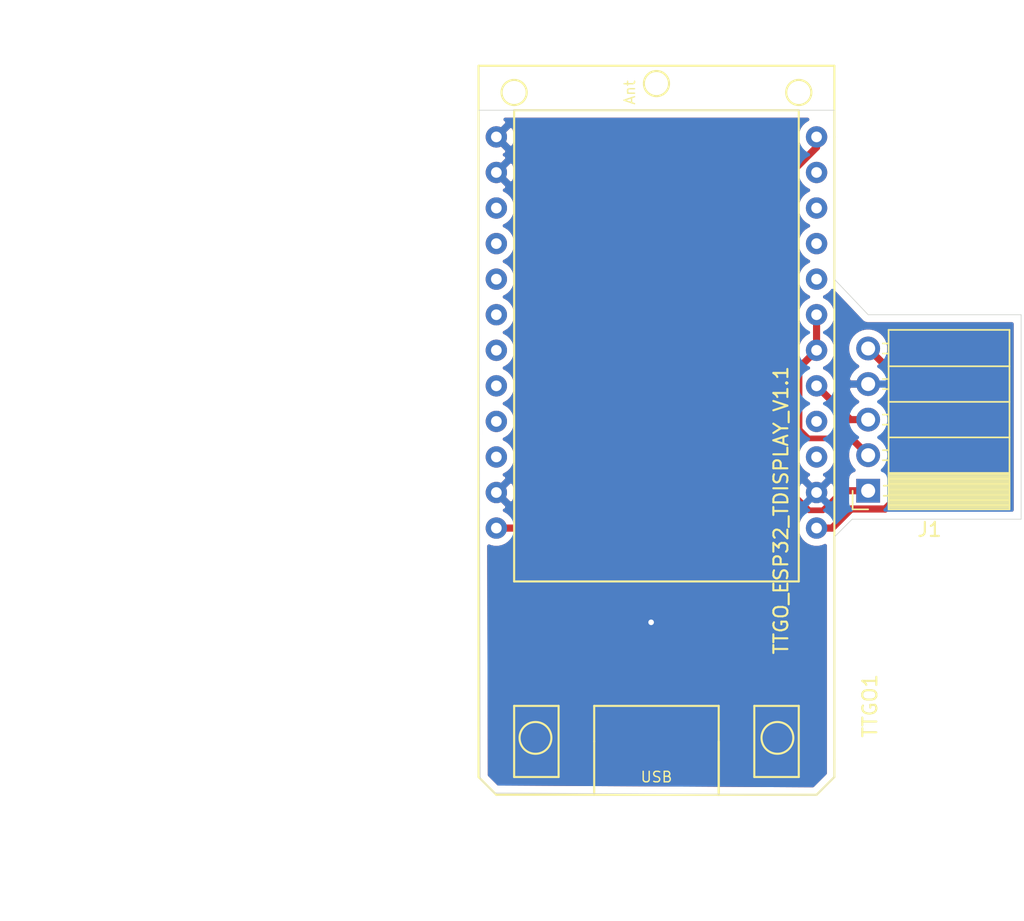
<source format=kicad_pcb>
(kicad_pcb (version 20171130) (host pcbnew 5.1.10)

  (general
    (thickness 1.6)
    (drawings 12)
    (tracks 26)
    (zones 0)
    (modules 2)
    (nets 20)
  )

  (page A4)
  (layers
    (0 F.Cu signal)
    (31 B.Cu signal)
    (32 B.Adhes user)
    (33 F.Adhes user)
    (34 B.Paste user)
    (35 F.Paste user)
    (36 B.SilkS user)
    (37 F.SilkS user)
    (38 B.Mask user)
    (39 F.Mask user)
    (40 Dwgs.User user)
    (41 Cmts.User user)
    (42 Eco1.User user)
    (43 Eco2.User user)
    (44 Edge.Cuts user)
    (45 Margin user)
    (46 B.CrtYd user)
    (47 F.CrtYd user)
    (48 B.Fab user)
    (49 F.Fab user)
  )

  (setup
    (last_trace_width 0.508)
    (trace_clearance 0.2)
    (zone_clearance 0.508)
    (zone_45_only yes)
    (trace_min 0.2)
    (via_size 0.8)
    (via_drill 0.4)
    (via_min_size 0.4)
    (via_min_drill 0.3)
    (uvia_size 0.3)
    (uvia_drill 0.1)
    (uvias_allowed no)
    (uvia_min_size 0.2)
    (uvia_min_drill 0.1)
    (edge_width 0.05)
    (segment_width 0.2)
    (pcb_text_width 0.3)
    (pcb_text_size 1.5 1.5)
    (mod_edge_width 0.12)
    (mod_text_size 1 1)
    (mod_text_width 0.15)
    (pad_size 1.524 1.524)
    (pad_drill 0.762)
    (pad_to_mask_clearance 0)
    (aux_axis_origin 0 0)
    (visible_elements FFFFFF7F)
    (pcbplotparams
      (layerselection 0x010fc_ffffffff)
      (usegerberextensions false)
      (usegerberattributes true)
      (usegerberadvancedattributes true)
      (creategerberjobfile true)
      (excludeedgelayer true)
      (linewidth 0.100000)
      (plotframeref false)
      (viasonmask false)
      (mode 1)
      (useauxorigin false)
      (hpglpennumber 1)
      (hpglpenspeed 20)
      (hpglpendiameter 15.000000)
      (psnegative false)
      (psa4output false)
      (plotreference true)
      (plotvalue true)
      (plotinvisibletext false)
      (padsonsilk false)
      (subtractmaskfromsilk false)
      (outputformat 1)
      (mirror false)
      (drillshape 0)
      (scaleselection 1)
      (outputdirectory "./"))
  )

  (net 0 "")
  (net 1 GND)
  (net 2 "Net-(TTGO1-Pad15)")
  (net 3 "Net-(TTGO1-Pad16)")
  (net 4 "Net-(TTGO1-Pad17)")
  (net 5 "Net-(TTGO1-Pad18)")
  (net 6 "Net-(TTGO1-Pad19)")
  (net 7 "Net-(TTGO1-Pad20)")
  (net 8 "Net-(TTGO1-Pad21)")
  (net 9 "Net-(TTGO1-Pad22)")
  (net 10 "Net-(TTGO1-Pad11)")
  (net 11 "Net-(TTGO1-Pad10)")
  (net 12 "Net-(TTGO1-Pad9)")
  (net 13 "Net-(TTGO1-Pad8)")
  (net 14 "Net-(TTGO1-Pad4)")
  (net 15 "Net-(TTGO1-Pad3)")
  (net 16 +5V)
  (net 17 +3V3)
  (net 18 hc-sr501_out)
  (net 19 dht11_out)

  (net_class Default "This is the default net class."
    (clearance 0.2)
    (trace_width 0.508)
    (via_dia 0.8)
    (via_drill 0.4)
    (uvia_dia 0.3)
    (uvia_drill 0.1)
    (add_net +3V3)
    (add_net +5V)
    (add_net GND)
    (add_net "Net-(TTGO1-Pad10)")
    (add_net "Net-(TTGO1-Pad11)")
    (add_net "Net-(TTGO1-Pad15)")
    (add_net "Net-(TTGO1-Pad16)")
    (add_net "Net-(TTGO1-Pad17)")
    (add_net "Net-(TTGO1-Pad18)")
    (add_net "Net-(TTGO1-Pad19)")
    (add_net "Net-(TTGO1-Pad20)")
    (add_net "Net-(TTGO1-Pad21)")
    (add_net "Net-(TTGO1-Pad22)")
    (add_net "Net-(TTGO1-Pad3)")
    (add_net "Net-(TTGO1-Pad4)")
    (add_net "Net-(TTGO1-Pad8)")
    (add_net "Net-(TTGO1-Pad9)")
    (add_net dht11_out)
    (add_net hc-sr501_out)
  )

  (module ttgo-tdisplay-kicad:TTGO_ESP32_TDisplay_v1.1 (layer F.Cu) (tedit 5E53A2BB) (tstamp 6196BF0B)
    (at 153.797 175.895 90)
    (path /619253E3)
    (fp_text reference TTGO1 (at 3.81 2.54 90) (layer F.SilkS)
      (effects (font (size 1 1) (thickness 0.15)))
    )
    (fp_text value TTGO_ESP32_TDISPLAY_V1.1 (at 17.78 -3.81 90) (layer F.SilkS)
      (effects (font (size 1 1) (thickness 0.15)))
    )
    (fp_line (start 45.72 -25.4) (end 0 -25.4) (layer F.SilkS) (width 0.15))
    (fp_line (start 44.45 0) (end 0 0) (layer F.SilkS) (width 0.15))
    (fp_line (start 49.53 -25.4) (end 45.72 -25.4) (layer F.SilkS) (width 0.15))
    (fp_line (start 49.53 0) (end 44.45 0) (layer F.SilkS) (width 0.15))
    (fp_line (start 49.53 -25.4) (end 49.53 0) (layer F.SilkS) (width 0.15))
    (fp_line (start -1.27 -25.4) (end 0 -25.4) (layer F.SilkS) (width 0.15))
    (fp_line (start -2.54 -24.13) (end -1.27 -25.4) (layer F.SilkS) (width 0.15))
    (fp_line (start -2.54 -1.27) (end -2.54 -24.13) (layer F.SilkS) (width 0.15))
    (fp_line (start -1.27 0) (end -2.54 -1.27) (layer F.SilkS) (width 0.15))
    (fp_line (start 0 0) (end -1.27 0) (layer F.SilkS) (width 0.15))
    (fp_line (start 1.27 -17.145) (end -2.54 -17.145) (layer F.SilkS) (width 0.15))
    (fp_line (start -2.54 -8.255) (end 1.27 -8.255) (layer F.SilkS) (width 0.15))
    (fp_line (start 3.81 -8.255) (end -2.54 -8.255) (layer F.SilkS) (width 0.15))
    (fp_line (start 3.81 -17.145) (end 3.81 -8.255) (layer F.SilkS) (width 0.15))
    (fp_line (start 1.27 -17.145) (end 3.81 -17.145) (layer F.SilkS) (width 0.15))
    (fp_circle (center 47.625 -22.86) (end 48.26 -23.495) (layer F.SilkS) (width 0.15))
    (fp_circle (center 47.625 -2.54) (end 48.26 -3.175) (layer F.SilkS) (width 0.15))
    (fp_line (start 12.7 -2.54) (end 12.7 -22.86) (layer F.SilkS) (width 0.15))
    (fp_line (start 46.355 -2.54) (end 12.7 -2.54) (layer F.SilkS) (width 0.15))
    (fp_line (start 46.355 -22.86) (end 46.355 -2.54) (layer F.SilkS) (width 0.15))
    (fp_line (start 12.7 -22.86) (end 46.355 -22.86) (layer F.SilkS) (width 0.15))
    (fp_line (start -1.27 -19.685) (end -1.27 -22.86) (layer F.SilkS) (width 0.15))
    (fp_line (start 3.81 -19.685) (end -1.27 -19.685) (layer F.SilkS) (width 0.15))
    (fp_line (start 3.81 -22.86) (end 3.81 -19.685) (layer F.SilkS) (width 0.15))
    (fp_line (start -1.27 -22.86) (end 3.81 -22.86) (layer F.SilkS) (width 0.15))
    (fp_line (start 3.81 -5.715) (end 3.81 -2.54) (layer F.SilkS) (width 0.15))
    (fp_line (start -1.27 -5.715) (end 3.81 -5.715) (layer F.SilkS) (width 0.15))
    (fp_line (start -1.27 -2.54) (end -1.27 -5.715) (layer F.SilkS) (width 0.15))
    (fp_line (start 3.81 -2.54) (end -1.27 -2.54) (layer F.SilkS) (width 0.15))
    (fp_circle (center 1.524 -21.336) (end 2.54 -21.844) (layer F.SilkS) (width 0.15))
    (fp_circle (center 1.524 -4.064) (end 2.54 -4.572) (layer F.SilkS) (width 0.15))
    (fp_circle (center 48.26 -12.7) (end 48.895 -13.335) (layer F.SilkS) (width 0.15))
    (fp_text user USB (at -1.27 -12.7) (layer F.SilkS)
      (effects (font (size 0.75 0.75) (thickness 0.1)))
    )
    (fp_text user Ant (at 47.625 -14.605 90) (layer F.SilkS)
      (effects (font (size 0.75 0.75) (thickness 0.1)))
    )
    (pad "" np_thru_hole circle (at 47.625 -2.54 90) (size 1.524 1.524) (drill 1.524) (layers *.Cu *.Mask))
    (pad "" np_thru_hole circle (at 47.625 -22.86 90) (size 1.524 1.524) (drill 1.524) (layers *.Cu *.Mask))
    (pad 13 thru_hole circle (at 44.45 -24.13 90) (size 1.524 1.524) (drill 0.762) (layers *.Cu *.Mask)
      (net 1 GND))
    (pad 14 thru_hole circle (at 41.91 -24.13 90) (size 1.524 1.524) (drill 0.762) (layers *.Cu *.Mask)
      (net 1 GND))
    (pad 15 thru_hole circle (at 39.37 -24.13 90) (size 1.524 1.524) (drill 0.762) (layers *.Cu *.Mask)
      (net 2 "Net-(TTGO1-Pad15)"))
    (pad 16 thru_hole circle (at 36.83 -24.13 90) (size 1.524 1.524) (drill 0.762) (layers *.Cu *.Mask)
      (net 3 "Net-(TTGO1-Pad16)"))
    (pad 17 thru_hole circle (at 34.29 -24.13 90) (size 1.524 1.524) (drill 0.762) (layers *.Cu *.Mask)
      (net 4 "Net-(TTGO1-Pad17)"))
    (pad 18 thru_hole circle (at 31.75 -24.13 90) (size 1.524 1.524) (drill 0.762) (layers *.Cu *.Mask)
      (net 5 "Net-(TTGO1-Pad18)"))
    (pad 19 thru_hole circle (at 29.21 -24.13 90) (size 1.524 1.524) (drill 0.762) (layers *.Cu *.Mask)
      (net 6 "Net-(TTGO1-Pad19)"))
    (pad 20 thru_hole circle (at 26.67 -24.13 90) (size 1.524 1.524) (drill 0.762) (layers *.Cu *.Mask)
      (net 7 "Net-(TTGO1-Pad20)"))
    (pad 21 thru_hole circle (at 24.13 -24.13 90) (size 1.524 1.524) (drill 0.762) (layers *.Cu *.Mask)
      (net 8 "Net-(TTGO1-Pad21)"))
    (pad 22 thru_hole circle (at 21.59 -24.13 90) (size 1.524 1.524) (drill 0.762) (layers *.Cu *.Mask)
      (net 9 "Net-(TTGO1-Pad22)"))
    (pad 23 thru_hole circle (at 19.05 -24.13 90) (size 1.524 1.524) (drill 0.762) (layers *.Cu *.Mask)
      (net 1 GND))
    (pad 24 thru_hole circle (at 16.51 -24.13 90) (size 1.524 1.524) (drill 0.762) (layers *.Cu *.Mask)
      (net 17 +3V3))
    (pad 12 thru_hole circle (at 44.45 -1.27 90) (size 1.524 1.524) (drill 0.762) (layers *.Cu *.Mask)
      (net 17 +3V3))
    (pad 11 thru_hole circle (at 41.91 -1.27 90) (size 1.524 1.524) (drill 0.762) (layers *.Cu *.Mask)
      (net 10 "Net-(TTGO1-Pad11)"))
    (pad 10 thru_hole circle (at 39.37 -1.27 90) (size 1.524 1.524) (drill 0.762) (layers *.Cu *.Mask)
      (net 11 "Net-(TTGO1-Pad10)"))
    (pad 9 thru_hole circle (at 36.83 -1.27 90) (size 1.524 1.524) (drill 0.762) (layers *.Cu *.Mask)
      (net 12 "Net-(TTGO1-Pad9)"))
    (pad 8 thru_hole circle (at 34.29 -1.27 90) (size 1.524 1.524) (drill 0.762) (layers *.Cu *.Mask)
      (net 13 "Net-(TTGO1-Pad8)"))
    (pad 7 thru_hole circle (at 31.75 -1.27 90) (size 1.524 1.524) (drill 0.762) (layers *.Cu *.Mask)
      (net 18 hc-sr501_out))
    (pad 6 thru_hole circle (at 29.21 -1.27 90) (size 1.524 1.524) (drill 0.762) (layers *.Cu *.Mask)
      (net 18 hc-sr501_out))
    (pad 5 thru_hole circle (at 26.67 -1.27 90) (size 1.524 1.524) (drill 0.762) (layers *.Cu *.Mask)
      (net 19 dht11_out))
    (pad 4 thru_hole circle (at 24.13 -1.27 90) (size 1.524 1.524) (drill 0.762) (layers *.Cu *.Mask)
      (net 14 "Net-(TTGO1-Pad4)"))
    (pad 3 thru_hole circle (at 21.59 -1.27 90) (size 1.524 1.524) (drill 0.762) (layers *.Cu *.Mask)
      (net 15 "Net-(TTGO1-Pad3)"))
    (pad 2 thru_hole circle (at 19.05 -1.27 90) (size 1.524 1.524) (drill 0.762) (layers *.Cu *.Mask)
      (net 1 GND))
    (pad 1 thru_hole circle (at 16.51 -1.27 90) (size 1.524 1.524) (drill 0.762) (layers *.Cu *.Mask)
      (net 16 +5V))
  )

  (module Connector_PinSocket_2.54mm:PinSocket_1x05_P2.54mm_Horizontal (layer F.Cu) (tedit 5A19A431) (tstamp 61966653)
    (at 156.21 156.718 180)
    (descr "Through hole angled socket strip, 1x05, 2.54mm pitch, 8.51mm socket length, single row (from Kicad 4.0.7), script generated")
    (tags "Through hole angled socket strip THT 1x05 2.54mm single row")
    (path /61979F3D)
    (fp_text reference J1 (at -4.38 -2.77) (layer F.SilkS)
      (effects (font (size 1 1) (thickness 0.15)))
    )
    (fp_text value Conn_01x05_Male (at -4.38 12.93) (layer F.Fab)
      (effects (font (size 1 1) (thickness 0.15)))
    )
    (fp_line (start -10.03 -1.27) (end -2.49 -1.27) (layer F.Fab) (width 0.1))
    (fp_line (start -2.49 -1.27) (end -1.52 -0.3) (layer F.Fab) (width 0.1))
    (fp_line (start -1.52 -0.3) (end -1.52 11.43) (layer F.Fab) (width 0.1))
    (fp_line (start -1.52 11.43) (end -10.03 11.43) (layer F.Fab) (width 0.1))
    (fp_line (start -10.03 11.43) (end -10.03 -1.27) (layer F.Fab) (width 0.1))
    (fp_line (start 0 -0.3) (end -1.52 -0.3) (layer F.Fab) (width 0.1))
    (fp_line (start -1.52 0.3) (end 0 0.3) (layer F.Fab) (width 0.1))
    (fp_line (start 0 0.3) (end 0 -0.3) (layer F.Fab) (width 0.1))
    (fp_line (start 0 2.24) (end -1.52 2.24) (layer F.Fab) (width 0.1))
    (fp_line (start -1.52 2.84) (end 0 2.84) (layer F.Fab) (width 0.1))
    (fp_line (start 0 2.84) (end 0 2.24) (layer F.Fab) (width 0.1))
    (fp_line (start 0 4.78) (end -1.52 4.78) (layer F.Fab) (width 0.1))
    (fp_line (start -1.52 5.38) (end 0 5.38) (layer F.Fab) (width 0.1))
    (fp_line (start 0 5.38) (end 0 4.78) (layer F.Fab) (width 0.1))
    (fp_line (start 0 7.32) (end -1.52 7.32) (layer F.Fab) (width 0.1))
    (fp_line (start -1.52 7.92) (end 0 7.92) (layer F.Fab) (width 0.1))
    (fp_line (start 0 7.92) (end 0 7.32) (layer F.Fab) (width 0.1))
    (fp_line (start 0 9.86) (end -1.52 9.86) (layer F.Fab) (width 0.1))
    (fp_line (start -1.52 10.46) (end 0 10.46) (layer F.Fab) (width 0.1))
    (fp_line (start 0 10.46) (end 0 9.86) (layer F.Fab) (width 0.1))
    (fp_line (start -10.09 -1.21) (end -1.46 -1.21) (layer F.SilkS) (width 0.12))
    (fp_line (start -10.09 -1.091905) (end -1.46 -1.091905) (layer F.SilkS) (width 0.12))
    (fp_line (start -10.09 -0.97381) (end -1.46 -0.97381) (layer F.SilkS) (width 0.12))
    (fp_line (start -10.09 -0.855715) (end -1.46 -0.855715) (layer F.SilkS) (width 0.12))
    (fp_line (start -10.09 -0.73762) (end -1.46 -0.73762) (layer F.SilkS) (width 0.12))
    (fp_line (start -10.09 -0.619525) (end -1.46 -0.619525) (layer F.SilkS) (width 0.12))
    (fp_line (start -10.09 -0.50143) (end -1.46 -0.50143) (layer F.SilkS) (width 0.12))
    (fp_line (start -10.09 -0.383335) (end -1.46 -0.383335) (layer F.SilkS) (width 0.12))
    (fp_line (start -10.09 -0.26524) (end -1.46 -0.26524) (layer F.SilkS) (width 0.12))
    (fp_line (start -10.09 -0.147145) (end -1.46 -0.147145) (layer F.SilkS) (width 0.12))
    (fp_line (start -10.09 -0.02905) (end -1.46 -0.02905) (layer F.SilkS) (width 0.12))
    (fp_line (start -10.09 0.089045) (end -1.46 0.089045) (layer F.SilkS) (width 0.12))
    (fp_line (start -10.09 0.20714) (end -1.46 0.20714) (layer F.SilkS) (width 0.12))
    (fp_line (start -10.09 0.325235) (end -1.46 0.325235) (layer F.SilkS) (width 0.12))
    (fp_line (start -10.09 0.44333) (end -1.46 0.44333) (layer F.SilkS) (width 0.12))
    (fp_line (start -10.09 0.561425) (end -1.46 0.561425) (layer F.SilkS) (width 0.12))
    (fp_line (start -10.09 0.67952) (end -1.46 0.67952) (layer F.SilkS) (width 0.12))
    (fp_line (start -10.09 0.797615) (end -1.46 0.797615) (layer F.SilkS) (width 0.12))
    (fp_line (start -10.09 0.91571) (end -1.46 0.91571) (layer F.SilkS) (width 0.12))
    (fp_line (start -10.09 1.033805) (end -1.46 1.033805) (layer F.SilkS) (width 0.12))
    (fp_line (start -10.09 1.1519) (end -1.46 1.1519) (layer F.SilkS) (width 0.12))
    (fp_line (start -1.46 -0.36) (end -1.11 -0.36) (layer F.SilkS) (width 0.12))
    (fp_line (start -1.46 0.36) (end -1.11 0.36) (layer F.SilkS) (width 0.12))
    (fp_line (start -1.46 2.18) (end -1.05 2.18) (layer F.SilkS) (width 0.12))
    (fp_line (start -1.46 2.9) (end -1.05 2.9) (layer F.SilkS) (width 0.12))
    (fp_line (start -1.46 4.72) (end -1.05 4.72) (layer F.SilkS) (width 0.12))
    (fp_line (start -1.46 5.44) (end -1.05 5.44) (layer F.SilkS) (width 0.12))
    (fp_line (start -1.46 7.26) (end -1.05 7.26) (layer F.SilkS) (width 0.12))
    (fp_line (start -1.46 7.98) (end -1.05 7.98) (layer F.SilkS) (width 0.12))
    (fp_line (start -1.46 9.8) (end -1.05 9.8) (layer F.SilkS) (width 0.12))
    (fp_line (start -1.46 10.52) (end -1.05 10.52) (layer F.SilkS) (width 0.12))
    (fp_line (start -10.09 1.27) (end -1.46 1.27) (layer F.SilkS) (width 0.12))
    (fp_line (start -10.09 3.81) (end -1.46 3.81) (layer F.SilkS) (width 0.12))
    (fp_line (start -10.09 6.35) (end -1.46 6.35) (layer F.SilkS) (width 0.12))
    (fp_line (start -10.09 8.89) (end -1.46 8.89) (layer F.SilkS) (width 0.12))
    (fp_line (start -10.09 -1.33) (end -1.46 -1.33) (layer F.SilkS) (width 0.12))
    (fp_line (start -1.46 -1.33) (end -1.46 11.49) (layer F.SilkS) (width 0.12))
    (fp_line (start -10.09 11.49) (end -1.46 11.49) (layer F.SilkS) (width 0.12))
    (fp_line (start -10.09 -1.33) (end -10.09 11.49) (layer F.SilkS) (width 0.12))
    (fp_line (start 1.11 -1.33) (end 1.11 0) (layer F.SilkS) (width 0.12))
    (fp_line (start 0 -1.33) (end 1.11 -1.33) (layer F.SilkS) (width 0.12))
    (fp_line (start 1.75 -1.75) (end -10.55 -1.75) (layer F.CrtYd) (width 0.05))
    (fp_line (start -10.55 -1.75) (end -10.55 11.95) (layer F.CrtYd) (width 0.05))
    (fp_line (start -10.55 11.95) (end 1.75 11.95) (layer F.CrtYd) (width 0.05))
    (fp_line (start 1.75 11.95) (end 1.75 -1.75) (layer F.CrtYd) (width 0.05))
    (fp_text user %R (at -5.775 5.08 90) (layer F.Fab)
      (effects (font (size 1 1) (thickness 0.15)))
    )
    (pad 5 thru_hole oval (at 0 10.16 180) (size 1.7 1.7) (drill 1) (layers *.Cu *.Mask)
      (net 16 +5V))
    (pad 4 thru_hole oval (at 0 7.62 180) (size 1.7 1.7) (drill 1) (layers *.Cu *.Mask)
      (net 1 GND))
    (pad 3 thru_hole oval (at 0 5.08 180) (size 1.7 1.7) (drill 1) (layers *.Cu *.Mask)
      (net 19 dht11_out))
    (pad 2 thru_hole oval (at 0 2.54 180) (size 1.7 1.7) (drill 1) (layers *.Cu *.Mask)
      (net 18 hc-sr501_out))
    (pad 1 thru_hole rect (at 0 0 180) (size 1.7 1.7) (drill 1) (layers *.Cu *.Mask)
      (net 17 +3V3))
    (model ${KISYS3DMOD}/Connector_PinSocket_2.54mm.3dshapes/PinSocket_1x05_P2.54mm_Horizontal.wrl
      (at (xyz 0 0 0))
      (scale (xyz 1 1 1))
      (rotate (xyz 0 0 0))
    )
  )

  (gr_line (start 129.54 178.308) (end 152.527 178.435) (layer Edge.Cuts) (width 0.05) (tstamp 61968314))
  (gr_line (start 128.524 177.292) (end 129.54 178.308) (layer Edge.Cuts) (width 0.05))
  (gr_line (start 128.397 129.54) (end 128.524 177.292) (layer Edge.Cuts) (width 0.05))
  (gr_line (start 153.797 129.54) (end 128.397 129.54) (layer Edge.Cuts) (width 0.05))
  (gr_line (start 153.797 141.605) (end 153.797 129.54) (layer Edge.Cuts) (width 0.05))
  (gr_line (start 156.21 144.145) (end 153.797 141.605) (layer Edge.Cuts) (width 0.05))
  (gr_line (start 167.132 144.145) (end 156.21 144.145) (layer Edge.Cuts) (width 0.05))
  (gr_line (start 167.132 158.75) (end 167.132 144.145) (layer Edge.Cuts) (width 0.05))
  (gr_line (start 155.067 158.75) (end 167.132 158.75) (layer Edge.Cuts) (width 0.05))
  (gr_line (start 153.797 160.02) (end 155.067 158.75) (layer Edge.Cuts) (width 0.05))
  (gr_line (start 153.797 177.165) (end 153.797 160.02) (layer Edge.Cuts) (width 0.05))
  (gr_line (start 152.527 178.435) (end 153.797 177.165) (layer Edge.Cuts) (width 0.05))

  (via (at 140.716 166.116) (size 0.8) (drill 0.4) (layers F.Cu B.Cu) (net 1))
  (segment (start 157.423201 158.022001) (end 158.115 157.330202) (width 0.508) (layer F.Cu) (net 16))
  (segment (start 154.996799 158.022001) (end 157.423201 158.022001) (width 0.508) (layer F.Cu) (net 16))
  (segment (start 153.6338 159.385) (end 154.996799 158.022001) (width 0.508) (layer F.Cu) (net 16))
  (segment (start 152.527 159.385) (end 153.6338 159.385) (width 0.508) (layer F.Cu) (net 16))
  (segment (start 158.115 148.463) (end 156.21 146.558) (width 0.508) (layer F.Cu) (net 16))
  (segment (start 158.115 157.330202) (end 158.115 148.463) (width 0.508) (layer F.Cu) (net 16))
  (segment (start 129.667 159.385) (end 132.715 159.385) (width 0.508) (layer F.Cu) (net 17))
  (segment (start 132.715 159.385) (end 143.51 148.59) (width 0.508) (layer F.Cu) (net 17))
  (segment (start 152.527 132.185318) (end 152.527 131.445) (width 0.508) (layer F.Cu) (net 17))
  (segment (start 143.51 141.202318) (end 152.527 132.185318) (width 0.508) (layer F.Cu) (net 17))
  (segment (start 143.51 148.59) (end 143.51 141.202318) (width 0.508) (layer F.Cu) (net 17))
  (segment (start 150.548999 155.628999) (end 143.51 148.59) (width 0.508) (layer F.Cu) (net 17))
  (segment (start 154.375157 156.718) (end 156.21 156.718) (width 0.508) (layer F.Cu) (net 17))
  (segment (start 152.978157 158.115) (end 154.375157 156.718) (width 0.4064) (layer F.Cu) (net 17))
  (segment (start 151.997318 158.115) (end 152.978157 158.115) (width 0.4064) (layer F.Cu) (net 17))
  (segment (start 150.548999 156.666681) (end 151.997318 158.115) (width 0.4064) (layer F.Cu) (net 17))
  (segment (start 150.548999 155.628999) (end 150.548999 156.666681) (width 0.508) (layer F.Cu) (net 17))
  (segment (start 152.527 146.685) (end 152.527 144.145) (width 0.508) (layer F.Cu) (net 18))
  (segment (start 151.310999 152.348681) (end 151.310999 147.901001) (width 0.4064) (layer F.Cu) (net 18))
  (segment (start 151.943319 152.981001) (end 151.310999 152.348681) (width 0.4064) (layer F.Cu) (net 18))
  (segment (start 155.013001 152.981001) (end 151.943319 152.981001) (width 0.4064) (layer F.Cu) (net 18))
  (segment (start 151.310999 147.901001) (end 152.527 146.685) (width 0.508) (layer F.Cu) (net 18))
  (segment (start 156.21 154.178) (end 155.013001 152.981001) (width 0.508) (layer F.Cu) (net 18))
  (segment (start 154.94 151.638) (end 152.527 149.225) (width 0.508) (layer F.Cu) (net 19))
  (segment (start 156.21 151.638) (end 154.94 151.638) (width 0.508) (layer F.Cu) (net 19))

  (zone (net 1) (net_name GND) (layer F.Cu) (tstamp 61A76E9C) (hatch edge 0.508)
    (connect_pads (clearance 0.508))
    (min_thickness 0.254)
    (fill yes (arc_segments 32) (thermal_gap 0.508) (thermal_bridge_width 0.508))
    (polygon
      (pts
        (xy 166.878 187.198) (xy 94.234 187.198) (xy 94.234 121.666) (xy 166.878 121.666)
      )
    )
    (filled_polygon
      (pts
        (xy 149.659999 155.997235) (xy 149.66 156.710348) (xy 149.672864 156.840955) (xy 149.723697 157.008532) (xy 149.806247 157.162972)
        (xy 149.917341 157.29834) (xy 150.052709 157.409434) (xy 150.167964 157.471039) (xy 151.341547 158.644623) (xy 151.288995 158.723273)
        (xy 151.183686 158.97751) (xy 151.13 159.247408) (xy 151.13 159.522592) (xy 151.183686 159.79249) (xy 151.288995 160.046727)
        (xy 151.44188 160.275535) (xy 151.636465 160.47012) (xy 151.865273 160.623005) (xy 152.11951 160.728314) (xy 152.389408 160.782)
        (xy 152.664592 160.782) (xy 152.93449 160.728314) (xy 153.137001 160.644431) (xy 153.137 176.891619) (xy 152.255131 177.773489)
        (xy 129.814889 177.649509) (xy 129.183272 177.017892) (xy 129.139817 160.678735) (xy 129.25951 160.728314) (xy 129.529408 160.782)
        (xy 129.804592 160.782) (xy 130.07449 160.728314) (xy 130.328727 160.623005) (xy 130.557535 160.47012) (xy 130.75212 160.275535)
        (xy 130.753146 160.274) (xy 132.67134 160.274) (xy 132.715 160.2783) (xy 132.75866 160.274) (xy 132.758667 160.274)
        (xy 132.889274 160.261136) (xy 133.056851 160.210303) (xy 133.211291 160.127753) (xy 133.346659 160.016659) (xy 133.374499 159.982736)
        (xy 143.51 149.847235)
      )
    )
    (filled_polygon
      (pts
        (xy 151.865273 130.206995) (xy 151.636465 130.35988) (xy 151.44188 130.554465) (xy 151.288995 130.783273) (xy 151.183686 131.03751)
        (xy 151.13 131.307408) (xy 151.13 131.582592) (xy 151.183686 131.85249) (xy 151.288995 132.106727) (xy 151.312771 132.142311)
        (xy 142.912259 140.542824) (xy 142.878342 140.570659) (xy 142.850507 140.604576) (xy 142.850505 140.604578) (xy 142.767248 140.706027)
        (xy 142.684698 140.860466) (xy 142.633864 141.028044) (xy 142.6167 141.202318) (xy 142.621001 141.245988) (xy 142.621 148.221765)
        (xy 132.346765 158.496) (xy 130.753146 158.496) (xy 130.75212 158.494465) (xy 130.557535 158.29988) (xy 130.328727 158.146995)
        (xy 130.257057 158.117308) (xy 130.270023 158.112636) (xy 130.38598 158.050656) (xy 130.45296 157.810565) (xy 129.667 157.024605)
        (xy 129.652858 157.038748) (xy 129.473253 156.859143) (xy 129.487395 156.845) (xy 129.846605 156.845) (xy 130.632565 157.63096)
        (xy 130.872656 157.56398) (xy 130.989756 157.314952) (xy 131.056023 157.047865) (xy 131.06891 156.772983) (xy 131.027922 156.500867)
        (xy 130.934636 156.241977) (xy 130.872656 156.12602) (xy 130.632565 156.05904) (xy 129.846605 156.845) (xy 129.487395 156.845)
        (xy 129.473253 156.830858) (xy 129.652858 156.651253) (xy 129.667 156.665395) (xy 130.45296 155.879435) (xy 130.38598 155.639344)
        (xy 130.25024 155.575515) (xy 130.328727 155.543005) (xy 130.557535 155.39012) (xy 130.75212 155.195535) (xy 130.905005 154.966727)
        (xy 131.010314 154.71249) (xy 131.064 154.442592) (xy 131.064 154.167408) (xy 131.010314 153.89751) (xy 130.905005 153.643273)
        (xy 130.75212 153.414465) (xy 130.557535 153.21988) (xy 130.328727 153.066995) (xy 130.251485 153.035) (xy 130.328727 153.003005)
        (xy 130.557535 152.85012) (xy 130.75212 152.655535) (xy 130.905005 152.426727) (xy 131.010314 152.17249) (xy 131.064 151.902592)
        (xy 131.064 151.627408) (xy 131.010314 151.35751) (xy 130.905005 151.103273) (xy 130.75212 150.874465) (xy 130.557535 150.67988)
        (xy 130.328727 150.526995) (xy 130.251485 150.495) (xy 130.328727 150.463005) (xy 130.557535 150.31012) (xy 130.75212 150.115535)
        (xy 130.905005 149.886727) (xy 131.010314 149.63249) (xy 131.064 149.362592) (xy 131.064 149.087408) (xy 131.010314 148.81751)
        (xy 130.905005 148.563273) (xy 130.75212 148.334465) (xy 130.557535 148.13988) (xy 130.328727 147.986995) (xy 130.251485 147.955)
        (xy 130.328727 147.923005) (xy 130.557535 147.77012) (xy 130.75212 147.575535) (xy 130.905005 147.346727) (xy 131.010314 147.09249)
        (xy 131.064 146.822592) (xy 131.064 146.547408) (xy 131.010314 146.27751) (xy 130.905005 146.023273) (xy 130.75212 145.794465)
        (xy 130.557535 145.59988) (xy 130.328727 145.446995) (xy 130.251485 145.415) (xy 130.328727 145.383005) (xy 130.557535 145.23012)
        (xy 130.75212 145.035535) (xy 130.905005 144.806727) (xy 131.010314 144.55249) (xy 131.064 144.282592) (xy 131.064 144.007408)
        (xy 131.010314 143.73751) (xy 130.905005 143.483273) (xy 130.75212 143.254465) (xy 130.557535 143.05988) (xy 130.328727 142.906995)
        (xy 130.251485 142.875) (xy 130.328727 142.843005) (xy 130.557535 142.69012) (xy 130.75212 142.495535) (xy 130.905005 142.266727)
        (xy 131.010314 142.01249) (xy 131.064 141.742592) (xy 131.064 141.467408) (xy 131.010314 141.19751) (xy 130.905005 140.943273)
        (xy 130.75212 140.714465) (xy 130.557535 140.51988) (xy 130.328727 140.366995) (xy 130.251485 140.335) (xy 130.328727 140.303005)
        (xy 130.557535 140.15012) (xy 130.75212 139.955535) (xy 130.905005 139.726727) (xy 131.010314 139.47249) (xy 131.064 139.202592)
        (xy 131.064 138.927408) (xy 131.010314 138.65751) (xy 130.905005 138.403273) (xy 130.75212 138.174465) (xy 130.557535 137.97988)
        (xy 130.328727 137.826995) (xy 130.251485 137.795) (xy 130.328727 137.763005) (xy 130.557535 137.61012) (xy 130.75212 137.415535)
        (xy 130.905005 137.186727) (xy 131.010314 136.93249) (xy 131.064 136.662592) (xy 131.064 136.387408) (xy 131.010314 136.11751)
        (xy 130.905005 135.863273) (xy 130.75212 135.634465) (xy 130.557535 135.43988) (xy 130.328727 135.286995) (xy 130.257057 135.257308)
        (xy 130.270023 135.252636) (xy 130.38598 135.190656) (xy 130.45296 134.950565) (xy 129.667 134.164605) (xy 129.652858 134.178748)
        (xy 129.473253 133.999143) (xy 129.487395 133.985) (xy 129.846605 133.985) (xy 130.632565 134.77096) (xy 130.872656 134.70398)
        (xy 130.989756 134.454952) (xy 131.056023 134.187865) (xy 131.06891 133.912983) (xy 131.027922 133.640867) (xy 130.934636 133.381977)
        (xy 130.872656 133.26602) (xy 130.632565 133.19904) (xy 129.846605 133.985) (xy 129.487395 133.985) (xy 129.473253 133.970858)
        (xy 129.652858 133.791253) (xy 129.667 133.805395) (xy 130.45296 133.019435) (xy 130.38598 132.779344) (xy 130.255356 132.717921)
        (xy 130.270023 132.712636) (xy 130.38598 132.650656) (xy 130.45296 132.410565) (xy 129.667 131.624605) (xy 129.652858 131.638748)
        (xy 129.473253 131.459143) (xy 129.487395 131.445) (xy 129.846605 131.445) (xy 130.632565 132.23096) (xy 130.872656 132.16398)
        (xy 130.989756 131.914952) (xy 131.056023 131.647865) (xy 131.06891 131.372983) (xy 131.027922 131.100867) (xy 130.934636 130.841977)
        (xy 130.872656 130.72602) (xy 130.632565 130.65904) (xy 129.846605 131.445) (xy 129.487395 131.445) (xy 129.473253 131.430858)
        (xy 129.652858 131.251253) (xy 129.667 131.265395) (xy 130.45296 130.479435) (xy 130.38598 130.239344) (xy 130.30231 130.2)
        (xy 151.88216 130.2)
      )
    )
    (filled_polygon
      (pts
        (xy 155.715016 144.582223) (xy 155.741052 144.613948) (xy 155.784749 144.649809) (xy 155.827536 144.686799) (xy 155.834955 144.691012)
        (xy 155.84155 144.696425) (xy 155.891426 144.723084) (xy 155.940585 144.751003) (xy 155.948681 144.753688) (xy 155.956207 144.75771)
        (xy 156.01033 144.774128) (xy 156.063986 144.791919) (xy 156.072449 144.792972) (xy 156.080617 144.79545) (xy 156.136924 144.800996)
        (xy 156.193 144.807974) (xy 156.233929 144.805) (xy 166.472001 144.805) (xy 166.472 158.09) (xy 158.612438 158.09)
        (xy 158.712742 157.989696) (xy 158.746659 157.961861) (xy 158.857753 157.826493) (xy 158.940303 157.672053) (xy 158.991136 157.504476)
        (xy 158.995443 157.460753) (xy 159.008301 157.330202) (xy 159.004 157.286534) (xy 159.004 148.50666) (xy 159.0083 148.463)
        (xy 159.004 148.41934) (xy 159.004 148.419333) (xy 158.991136 148.288726) (xy 158.940303 148.121149) (xy 158.857753 147.966709)
        (xy 158.746659 147.831341) (xy 158.712742 147.803506) (xy 157.681477 146.772242) (xy 157.695 146.70426) (xy 157.695 146.41174)
        (xy 157.637932 146.124842) (xy 157.52599 145.854589) (xy 157.363475 145.611368) (xy 157.156632 145.404525) (xy 156.913411 145.24201)
        (xy 156.643158 145.130068) (xy 156.35626 145.073) (xy 156.06374 145.073) (xy 155.776842 145.130068) (xy 155.506589 145.24201)
        (xy 155.263368 145.404525) (xy 155.056525 145.611368) (xy 154.89401 145.854589) (xy 154.782068 146.124842) (xy 154.725 146.41174)
        (xy 154.725 146.70426) (xy 154.782068 146.991158) (xy 154.89401 147.261411) (xy 155.056525 147.504632) (xy 155.263368 147.711475)
        (xy 155.445534 147.833195) (xy 155.328645 147.902822) (xy 155.112412 148.097731) (xy 154.938359 148.33108) (xy 154.813175 148.593901)
        (xy 154.768524 148.74111) (xy 154.889845 148.971) (xy 156.083 148.971) (xy 156.083 148.951) (xy 156.337 148.951)
        (xy 156.337 148.971) (xy 156.357 148.971) (xy 156.357 149.225) (xy 156.337 149.225) (xy 156.337 149.245)
        (xy 156.083 149.245) (xy 156.083 149.225) (xy 154.889845 149.225) (xy 154.768524 149.45489) (xy 154.813175 149.602099)
        (xy 154.938359 149.86492) (xy 155.112412 150.098269) (xy 155.328645 150.293178) (xy 155.445534 150.362805) (xy 155.263368 150.484525)
        (xy 155.153564 150.594329) (xy 153.923639 149.364404) (xy 153.924 149.362592) (xy 153.924 149.087408) (xy 153.870314 148.81751)
        (xy 153.765005 148.563273) (xy 153.61212 148.334465) (xy 153.417535 148.13988) (xy 153.188727 147.986995) (xy 153.111485 147.955)
        (xy 153.188727 147.923005) (xy 153.417535 147.77012) (xy 153.61212 147.575535) (xy 153.765005 147.346727) (xy 153.870314 147.09249)
        (xy 153.924 146.822592) (xy 153.924 146.547408) (xy 153.870314 146.27751) (xy 153.765005 146.023273) (xy 153.61212 145.794465)
        (xy 153.417535 145.59988) (xy 153.416 145.598854) (xy 153.416 145.231146) (xy 153.417535 145.23012) (xy 153.61212 145.035535)
        (xy 153.765005 144.806727) (xy 153.870314 144.55249) (xy 153.924 144.282592) (xy 153.924 144.007408) (xy 153.870314 143.73751)
        (xy 153.765005 143.483273) (xy 153.61212 143.254465) (xy 153.417535 143.05988) (xy 153.188727 142.906995) (xy 153.111485 142.875)
        (xy 153.188727 142.843005) (xy 153.417535 142.69012) (xy 153.61212 142.495535) (xy 153.661895 142.421042)
      )
    )
    (filled_polygon
      (pts
        (xy 151.44188 134.875535) (xy 151.636465 135.07012) (xy 151.865273 135.223005) (xy 151.942515 135.255) (xy 151.865273 135.286995)
        (xy 151.636465 135.43988) (xy 151.44188 135.634465) (xy 151.288995 135.863273) (xy 151.183686 136.11751) (xy 151.13 136.387408)
        (xy 151.13 136.662592) (xy 151.183686 136.93249) (xy 151.288995 137.186727) (xy 151.44188 137.415535) (xy 151.636465 137.61012)
        (xy 151.865273 137.763005) (xy 151.942515 137.795) (xy 151.865273 137.826995) (xy 151.636465 137.97988) (xy 151.44188 138.174465)
        (xy 151.288995 138.403273) (xy 151.183686 138.65751) (xy 151.13 138.927408) (xy 151.13 139.202592) (xy 151.183686 139.47249)
        (xy 151.288995 139.726727) (xy 151.44188 139.955535) (xy 151.636465 140.15012) (xy 151.865273 140.303005) (xy 151.942515 140.335)
        (xy 151.865273 140.366995) (xy 151.636465 140.51988) (xy 151.44188 140.714465) (xy 151.288995 140.943273) (xy 151.183686 141.19751)
        (xy 151.13 141.467408) (xy 151.13 141.742592) (xy 151.183686 142.01249) (xy 151.288995 142.266727) (xy 151.44188 142.495535)
        (xy 151.636465 142.69012) (xy 151.865273 142.843005) (xy 151.942515 142.875) (xy 151.865273 142.906995) (xy 151.636465 143.05988)
        (xy 151.44188 143.254465) (xy 151.288995 143.483273) (xy 151.183686 143.73751) (xy 151.13 144.007408) (xy 151.13 144.282592)
        (xy 151.183686 144.55249) (xy 151.288995 144.806727) (xy 151.44188 145.035535) (xy 151.636465 145.23012) (xy 151.638001 145.231146)
        (xy 151.638 145.598854) (xy 151.636465 145.59988) (xy 151.44188 145.794465) (xy 151.288995 146.023273) (xy 151.183686 146.27751)
        (xy 151.13 146.547408) (xy 151.13 146.822592) (xy 151.13036 146.824404) (xy 150.651504 147.303261) (xy 150.568247 147.40471)
        (xy 150.485697 147.559149) (xy 150.434863 147.726727) (xy 150.417699 147.901001) (xy 150.434863 148.075275) (xy 150.4728 148.200337)
        (xy 150.472799 152.307518) (xy 150.468745 152.348681) (xy 150.472799 152.389844) (xy 150.472799 152.38985) (xy 150.484928 152.512996)
        (xy 150.532857 152.670997) (xy 150.61069 152.816612) (xy 150.715435 152.944245) (xy 150.747417 152.970492) (xy 151.321508 153.544583)
        (xy 151.339935 153.567036) (xy 151.288995 153.643273) (xy 151.183686 153.89751) (xy 151.13 154.167408) (xy 151.13 154.442592)
        (xy 151.183686 154.71249) (xy 151.288995 154.966727) (xy 151.44188 155.195535) (xy 151.636465 155.39012) (xy 151.865273 155.543005)
        (xy 151.936943 155.572692) (xy 151.923977 155.577364) (xy 151.80802 155.639344) (xy 151.74104 155.879435) (xy 152.527 156.665395)
        (xy 153.31296 155.879435) (xy 153.24598 155.639344) (xy 153.11024 155.575515) (xy 153.188727 155.543005) (xy 153.417535 155.39012)
        (xy 153.61212 155.195535) (xy 153.765005 154.966727) (xy 153.870314 154.71249) (xy 153.924 154.442592) (xy 153.924 154.167408)
        (xy 153.870314 153.89751) (xy 153.837877 153.819201) (xy 154.593966 153.819201) (xy 154.738523 153.963758) (xy 154.725 154.03174)
        (xy 154.725 154.32426) (xy 154.782068 154.611158) (xy 154.89401 154.881411) (xy 155.056525 155.124632) (xy 155.18838 155.256487)
        (xy 155.11582 155.278498) (xy 155.005506 155.337463) (xy 154.908815 155.416815) (xy 154.829463 155.513506) (xy 154.770498 155.62382)
        (xy 154.734188 155.743518) (xy 154.725769 155.829) (xy 154.33149 155.829) (xy 154.200883 155.841864) (xy 154.033306 155.892697)
        (xy 153.878866 155.975247) (xy 153.743498 156.086341) (xy 153.714981 156.121089) (xy 153.492565 156.05904) (xy 152.706605 156.845)
        (xy 152.720748 156.859143) (xy 152.541143 157.038748) (xy 152.527 157.024605) (xy 152.512858 157.038748) (xy 152.333253 156.859143)
        (xy 152.347395 156.845) (xy 151.561435 156.05904) (xy 151.437999 156.093476) (xy 151.437999 155.672659) (xy 151.442299 155.628999)
        (xy 151.437999 155.585339) (xy 151.437999 155.585332) (xy 151.425135 155.454725) (xy 151.374302 155.287148) (xy 151.369679 155.278498)
        (xy 151.325334 155.195535) (xy 151.291752 155.132708) (xy 151.180658 154.99734) (xy 151.146742 154.969506) (xy 144.399 148.221765)
        (xy 144.399 141.570553) (xy 151.302546 134.667008)
      )
    )
  )
  (zone (net 1) (net_name GND) (layer B.Cu) (tstamp 61A76E99) (hatch edge 0.508)
    (connect_pads (clearance 0.508))
    (min_thickness 0.254)
    (fill yes (arc_segments 32) (thermal_gap 0.508) (thermal_bridge_width 0.508))
    (polygon
      (pts
        (xy 167.132 187.452) (xy 94.488 187.452) (xy 94.488 121.666) (xy 167.132 121.666)
      )
    )
    (filled_polygon
      (pts
        (xy 151.865273 130.206995) (xy 151.636465 130.35988) (xy 151.44188 130.554465) (xy 151.288995 130.783273) (xy 151.183686 131.03751)
        (xy 151.13 131.307408) (xy 151.13 131.582592) (xy 151.183686 131.85249) (xy 151.288995 132.106727) (xy 151.44188 132.335535)
        (xy 151.636465 132.53012) (xy 151.865273 132.683005) (xy 151.942515 132.715) (xy 151.865273 132.746995) (xy 151.636465 132.89988)
        (xy 151.44188 133.094465) (xy 151.288995 133.323273) (xy 151.183686 133.57751) (xy 151.13 133.847408) (xy 151.13 134.122592)
        (xy 151.183686 134.39249) (xy 151.288995 134.646727) (xy 151.44188 134.875535) (xy 151.636465 135.07012) (xy 151.865273 135.223005)
        (xy 151.942515 135.255) (xy 151.865273 135.286995) (xy 151.636465 135.43988) (xy 151.44188 135.634465) (xy 151.288995 135.863273)
        (xy 151.183686 136.11751) (xy 151.13 136.387408) (xy 151.13 136.662592) (xy 151.183686 136.93249) (xy 151.288995 137.186727)
        (xy 151.44188 137.415535) (xy 151.636465 137.61012) (xy 151.865273 137.763005) (xy 151.942515 137.795) (xy 151.865273 137.826995)
        (xy 151.636465 137.97988) (xy 151.44188 138.174465) (xy 151.288995 138.403273) (xy 151.183686 138.65751) (xy 151.13 138.927408)
        (xy 151.13 139.202592) (xy 151.183686 139.47249) (xy 151.288995 139.726727) (xy 151.44188 139.955535) (xy 151.636465 140.15012)
        (xy 151.865273 140.303005) (xy 151.942515 140.335) (xy 151.865273 140.366995) (xy 151.636465 140.51988) (xy 151.44188 140.714465)
        (xy 151.288995 140.943273) (xy 151.183686 141.19751) (xy 151.13 141.467408) (xy 151.13 141.742592) (xy 151.183686 142.01249)
        (xy 151.288995 142.266727) (xy 151.44188 142.495535) (xy 151.636465 142.69012) (xy 151.865273 142.843005) (xy 151.942515 142.875)
        (xy 151.865273 142.906995) (xy 151.636465 143.05988) (xy 151.44188 143.254465) (xy 151.288995 143.483273) (xy 151.183686 143.73751)
        (xy 151.13 144.007408) (xy 151.13 144.282592) (xy 151.183686 144.55249) (xy 151.288995 144.806727) (xy 151.44188 145.035535)
        (xy 151.636465 145.23012) (xy 151.865273 145.383005) (xy 151.942515 145.415) (xy 151.865273 145.446995) (xy 151.636465 145.59988)
        (xy 151.44188 145.794465) (xy 151.288995 146.023273) (xy 151.183686 146.27751) (xy 151.13 146.547408) (xy 151.13 146.822592)
        (xy 151.183686 147.09249) (xy 151.288995 147.346727) (xy 151.44188 147.575535) (xy 151.636465 147.77012) (xy 151.865273 147.923005)
        (xy 151.942515 147.955) (xy 151.865273 147.986995) (xy 151.636465 148.13988) (xy 151.44188 148.334465) (xy 151.288995 148.563273)
        (xy 151.183686 148.81751) (xy 151.13 149.087408) (xy 151.13 149.362592) (xy 151.183686 149.63249) (xy 151.288995 149.886727)
        (xy 151.44188 150.115535) (xy 151.636465 150.31012) (xy 151.865273 150.463005) (xy 151.942515 150.495) (xy 151.865273 150.526995)
        (xy 151.636465 150.67988) (xy 151.44188 150.874465) (xy 151.288995 151.103273) (xy 151.183686 151.35751) (xy 151.13 151.627408)
        (xy 151.13 151.902592) (xy 151.183686 152.17249) (xy 151.288995 152.426727) (xy 151.44188 152.655535) (xy 151.636465 152.85012)
        (xy 151.865273 153.003005) (xy 151.942515 153.035) (xy 151.865273 153.066995) (xy 151.636465 153.21988) (xy 151.44188 153.414465)
        (xy 151.288995 153.643273) (xy 151.183686 153.89751) (xy 151.13 154.167408) (xy 151.13 154.442592) (xy 151.183686 154.71249)
        (xy 151.288995 154.966727) (xy 151.44188 155.195535) (xy 151.636465 155.39012) (xy 151.865273 155.543005) (xy 151.936943 155.572692)
        (xy 151.923977 155.577364) (xy 151.80802 155.639344) (xy 151.74104 155.879435) (xy 152.527 156.665395) (xy 153.31296 155.879435)
        (xy 153.24598 155.639344) (xy 153.11024 155.575515) (xy 153.188727 155.543005) (xy 153.417535 155.39012) (xy 153.61212 155.195535)
        (xy 153.765005 154.966727) (xy 153.870314 154.71249) (xy 153.924 154.442592) (xy 153.924 154.167408) (xy 153.870314 153.89751)
        (xy 153.765005 153.643273) (xy 153.61212 153.414465) (xy 153.417535 153.21988) (xy 153.188727 153.066995) (xy 153.111485 153.035)
        (xy 153.188727 153.003005) (xy 153.417535 152.85012) (xy 153.61212 152.655535) (xy 153.765005 152.426727) (xy 153.870314 152.17249)
        (xy 153.924 151.902592) (xy 153.924 151.627408) (xy 153.870314 151.35751) (xy 153.765005 151.103273) (xy 153.61212 150.874465)
        (xy 153.417535 150.67988) (xy 153.188727 150.526995) (xy 153.111485 150.495) (xy 153.188727 150.463005) (xy 153.417535 150.31012)
        (xy 153.61212 150.115535) (xy 153.765005 149.886727) (xy 153.870314 149.63249) (xy 153.924 149.362592) (xy 153.924 149.087408)
        (xy 153.870314 148.81751) (xy 153.765005 148.563273) (xy 153.61212 148.334465) (xy 153.417535 148.13988) (xy 153.188727 147.986995)
        (xy 153.111485 147.955) (xy 153.188727 147.923005) (xy 153.417535 147.77012) (xy 153.61212 147.575535) (xy 153.765005 147.346727)
        (xy 153.870314 147.09249) (xy 153.924 146.822592) (xy 153.924 146.547408) (xy 153.897014 146.41174) (xy 154.725 146.41174)
        (xy 154.725 146.70426) (xy 154.782068 146.991158) (xy 154.89401 147.261411) (xy 155.056525 147.504632) (xy 155.263368 147.711475)
        (xy 155.445534 147.833195) (xy 155.328645 147.902822) (xy 155.112412 148.097731) (xy 154.938359 148.33108) (xy 154.813175 148.593901)
        (xy 154.768524 148.74111) (xy 154.889845 148.971) (xy 156.083 148.971) (xy 156.083 148.951) (xy 156.337 148.951)
        (xy 156.337 148.971) (xy 157.530155 148.971) (xy 157.651476 148.74111) (xy 157.606825 148.593901) (xy 157.481641 148.33108)
        (xy 157.307588 148.097731) (xy 157.091355 147.902822) (xy 156.974466 147.833195) (xy 157.156632 147.711475) (xy 157.363475 147.504632)
        (xy 157.52599 147.261411) (xy 157.637932 146.991158) (xy 157.695 146.70426) (xy 157.695 146.41174) (xy 157.637932 146.124842)
        (xy 157.52599 145.854589) (xy 157.363475 145.611368) (xy 157.156632 145.404525) (xy 156.913411 145.24201) (xy 156.643158 145.130068)
        (xy 156.35626 145.073) (xy 156.06374 145.073) (xy 155.776842 145.130068) (xy 155.506589 145.24201) (xy 155.263368 145.404525)
        (xy 155.056525 145.611368) (xy 154.89401 145.854589) (xy 154.782068 146.124842) (xy 154.725 146.41174) (xy 153.897014 146.41174)
        (xy 153.870314 146.27751) (xy 153.765005 146.023273) (xy 153.61212 145.794465) (xy 153.417535 145.59988) (xy 153.188727 145.446995)
        (xy 153.111485 145.415) (xy 153.188727 145.383005) (xy 153.417535 145.23012) (xy 153.61212 145.035535) (xy 153.765005 144.806727)
        (xy 153.870314 144.55249) (xy 153.924 144.282592) (xy 153.924 144.007408) (xy 153.870314 143.73751) (xy 153.765005 143.483273)
        (xy 153.61212 143.254465) (xy 153.417535 143.05988) (xy 153.188727 142.906995) (xy 153.111485 142.875) (xy 153.188727 142.843005)
        (xy 153.417535 142.69012) (xy 153.61212 142.495535) (xy 153.661895 142.421042) (xy 155.715016 144.582223) (xy 155.741052 144.613948)
        (xy 155.784749 144.649809) (xy 155.827536 144.686799) (xy 155.834955 144.691012) (xy 155.84155 144.696425) (xy 155.891426 144.723084)
        (xy 155.940585 144.751003) (xy 155.948681 144.753688) (xy 155.956207 144.75771) (xy 156.01033 144.774128) (xy 156.063986 144.791919)
        (xy 156.072449 144.792972) (xy 156.080617 144.79545) (xy 156.136924 144.800996) (xy 156.193 144.807974) (xy 156.233929 144.805)
        (xy 166.472001 144.805) (xy 166.472 158.09) (xy 157.424896 158.09) (xy 157.511185 158.019185) (xy 157.590537 157.922494)
        (xy 157.649502 157.81218) (xy 157.685812 157.692482) (xy 157.698072 157.568) (xy 157.698072 155.868) (xy 157.685812 155.743518)
        (xy 157.649502 155.62382) (xy 157.590537 155.513506) (xy 157.511185 155.416815) (xy 157.414494 155.337463) (xy 157.30418 155.278498)
        (xy 157.23162 155.256487) (xy 157.363475 155.124632) (xy 157.52599 154.881411) (xy 157.637932 154.611158) (xy 157.695 154.32426)
        (xy 157.695 154.03174) (xy 157.637932 153.744842) (xy 157.52599 153.474589) (xy 157.363475 153.231368) (xy 157.156632 153.024525)
        (xy 156.98224 152.908) (xy 157.156632 152.791475) (xy 157.363475 152.584632) (xy 157.52599 152.341411) (xy 157.637932 152.071158)
        (xy 157.695 151.78426) (xy 157.695 151.49174) (xy 157.637932 151.204842) (xy 157.52599 150.934589) (xy 157.363475 150.691368)
        (xy 157.156632 150.484525) (xy 156.974466 150.362805) (xy 157.091355 150.293178) (xy 157.307588 150.098269) (xy 157.481641 149.86492)
        (xy 157.606825 149.602099) (xy 157.651476 149.45489) (xy 157.530155 149.225) (xy 156.337 149.225) (xy 156.337 149.245)
        (xy 156.083 149.245) (xy 156.083 149.225) (xy 154.889845 149.225) (xy 154.768524 149.45489) (xy 154.813175 149.602099)
        (xy 154.938359 149.86492) (xy 155.112412 150.098269) (xy 155.328645 150.293178) (xy 155.445534 150.362805) (xy 155.263368 150.484525)
        (xy 155.056525 150.691368) (xy 154.89401 150.934589) (xy 154.782068 151.204842) (xy 154.725 151.49174) (xy 154.725 151.78426)
        (xy 154.782068 152.071158) (xy 154.89401 152.341411) (xy 155.056525 152.584632) (xy 155.263368 152.791475) (xy 155.43776 152.908)
        (xy 155.263368 153.024525) (xy 155.056525 153.231368) (xy 154.89401 153.474589) (xy 154.782068 153.744842) (xy 154.725 154.03174)
        (xy 154.725 154.32426) (xy 154.782068 154.611158) (xy 154.89401 154.881411) (xy 155.056525 155.124632) (xy 155.18838 155.256487)
        (xy 155.11582 155.278498) (xy 155.005506 155.337463) (xy 154.908815 155.416815) (xy 154.829463 155.513506) (xy 154.770498 155.62382)
        (xy 154.734188 155.743518) (xy 154.721928 155.868) (xy 154.721928 157.568) (xy 154.734188 157.692482) (xy 154.770498 157.81218)
        (xy 154.829463 157.922494) (xy 154.908815 158.019185) (xy 154.999334 158.093472) (xy 154.937617 158.09955) (xy 154.813207 158.13729)
        (xy 154.756209 158.167756) (xy 154.698549 158.198575) (xy 154.623233 158.260386) (xy 154.598052 158.281052) (xy 154.577388 158.306231)
        (xy 153.876253 159.007367) (xy 153.870314 158.97751) (xy 153.765005 158.723273) (xy 153.61212 158.494465) (xy 153.417535 158.29988)
        (xy 153.188727 158.146995) (xy 153.117057 158.117308) (xy 153.130023 158.112636) (xy 153.24598 158.050656) (xy 153.31296 157.810565)
        (xy 152.527 157.024605) (xy 151.74104 157.810565) (xy 151.80802 158.050656) (xy 151.94376 158.114485) (xy 151.865273 158.146995)
        (xy 151.636465 158.29988) (xy 151.44188 158.494465) (xy 151.288995 158.723273) (xy 151.183686 158.97751) (xy 151.13 159.247408)
        (xy 151.13 159.522592) (xy 151.183686 159.79249) (xy 151.288995 160.046727) (xy 151.44188 160.275535) (xy 151.636465 160.47012)
        (xy 151.865273 160.623005) (xy 152.11951 160.728314) (xy 152.389408 160.782) (xy 152.664592 160.782) (xy 152.93449 160.728314)
        (xy 153.137001 160.644431) (xy 153.137 176.891619) (xy 152.255131 177.773489) (xy 129.814889 177.649509) (xy 129.183272 177.017892)
        (xy 129.139817 160.678735) (xy 129.25951 160.728314) (xy 129.529408 160.782) (xy 129.804592 160.782) (xy 130.07449 160.728314)
        (xy 130.328727 160.623005) (xy 130.557535 160.47012) (xy 130.75212 160.275535) (xy 130.905005 160.046727) (xy 131.010314 159.79249)
        (xy 131.064 159.522592) (xy 131.064 159.247408) (xy 131.010314 158.97751) (xy 130.905005 158.723273) (xy 130.75212 158.494465)
        (xy 130.557535 158.29988) (xy 130.328727 158.146995) (xy 130.257057 158.117308) (xy 130.270023 158.112636) (xy 130.38598 158.050656)
        (xy 130.45296 157.810565) (xy 129.667 157.024605) (xy 129.652858 157.038748) (xy 129.473253 156.859143) (xy 129.487395 156.845)
        (xy 129.846605 156.845) (xy 130.632565 157.63096) (xy 130.872656 157.56398) (xy 130.989756 157.314952) (xy 131.056023 157.047865)
        (xy 131.062157 156.917017) (xy 151.12509 156.917017) (xy 151.166078 157.189133) (xy 151.259364 157.448023) (xy 151.321344 157.56398)
        (xy 151.561435 157.63096) (xy 152.347395 156.845) (xy 152.706605 156.845) (xy 153.492565 157.63096) (xy 153.732656 157.56398)
        (xy 153.849756 157.314952) (xy 153.916023 157.047865) (xy 153.92891 156.772983) (xy 153.887922 156.500867) (xy 153.794636 156.241977)
        (xy 153.732656 156.12602) (xy 153.492565 156.05904) (xy 152.706605 156.845) (xy 152.347395 156.845) (xy 151.561435 156.05904)
        (xy 151.321344 156.12602) (xy 151.204244 156.375048) (xy 151.137977 156.642135) (xy 151.12509 156.917017) (xy 131.062157 156.917017)
        (xy 131.06891 156.772983) (xy 131.027922 156.500867) (xy 130.934636 156.241977) (xy 130.872656 156.12602) (xy 130.632565 156.05904)
        (xy 129.846605 156.845) (xy 129.487395 156.845) (xy 129.473253 156.830858) (xy 129.652858 156.651253) (xy 129.667 156.665395)
        (xy 130.45296 155.879435) (xy 130.38598 155.639344) (xy 130.25024 155.575515) (xy 130.328727 155.543005) (xy 130.557535 155.39012)
        (xy 130.75212 155.195535) (xy 130.905005 154.966727) (xy 131.010314 154.71249) (xy 131.064 154.442592) (xy 131.064 154.167408)
        (xy 131.010314 153.89751) (xy 130.905005 153.643273) (xy 130.75212 153.414465) (xy 130.557535 153.21988) (xy 130.328727 153.066995)
        (xy 130.251485 153.035) (xy 130.328727 153.003005) (xy 130.557535 152.85012) (xy 130.75212 152.655535) (xy 130.905005 152.426727)
        (xy 131.010314 152.17249) (xy 131.064 151.902592) (xy 131.064 151.627408) (xy 131.010314 151.35751) (xy 130.905005 151.103273)
        (xy 130.75212 150.874465) (xy 130.557535 150.67988) (xy 130.328727 150.526995) (xy 130.251485 150.495) (xy 130.328727 150.463005)
        (xy 130.557535 150.31012) (xy 130.75212 150.115535) (xy 130.905005 149.886727) (xy 131.010314 149.63249) (xy 131.064 149.362592)
        (xy 131.064 149.087408) (xy 131.010314 148.81751) (xy 130.905005 148.563273) (xy 130.75212 148.334465) (xy 130.557535 148.13988)
        (xy 130.328727 147.986995) (xy 130.251485 147.955) (xy 130.328727 147.923005) (xy 130.557535 147.77012) (xy 130.75212 147.575535)
        (xy 130.905005 147.346727) (xy 131.010314 147.09249) (xy 131.064 146.822592) (xy 131.064 146.547408) (xy 131.010314 146.27751)
        (xy 130.905005 146.023273) (xy 130.75212 145.794465) (xy 130.557535 145.59988) (xy 130.328727 145.446995) (xy 130.251485 145.415)
        (xy 130.328727 145.383005) (xy 130.557535 145.23012) (xy 130.75212 145.035535) (xy 130.905005 144.806727) (xy 131.010314 144.55249)
        (xy 131.064 144.282592) (xy 131.064 144.007408) (xy 131.010314 143.73751) (xy 130.905005 143.483273) (xy 130.75212 143.254465)
        (xy 130.557535 143.05988) (xy 130.328727 142.906995) (xy 130.251485 142.875) (xy 130.328727 142.843005) (xy 130.557535 142.69012)
        (xy 130.75212 142.495535) (xy 130.905005 142.266727) (xy 131.010314 142.01249) (xy 131.064 141.742592) (xy 131.064 141.467408)
        (xy 131.010314 141.19751) (xy 130.905005 140.943273) (xy 130.75212 140.714465) (xy 130.557535 140.51988) (xy 130.328727 140.366995)
        (xy 130.251485 140.335) (xy 130.328727 140.303005) (xy 130.557535 140.15012) (xy 130.75212 139.955535) (xy 130.905005 139.726727)
        (xy 131.010314 139.47249) (xy 131.064 139.202592) (xy 131.064 138.927408) (xy 131.010314 138.65751) (xy 130.905005 138.403273)
        (xy 130.75212 138.174465) (xy 130.557535 137.97988) (xy 130.328727 137.826995) (xy 130.251485 137.795) (xy 130.328727 137.763005)
        (xy 130.557535 137.61012) (xy 130.75212 137.415535) (xy 130.905005 137.186727) (xy 131.010314 136.93249) (xy 131.064 136.662592)
        (xy 131.064 136.387408) (xy 131.010314 136.11751) (xy 130.905005 135.863273) (xy 130.75212 135.634465) (xy 130.557535 135.43988)
        (xy 130.328727 135.286995) (xy 130.257057 135.257308) (xy 130.270023 135.252636) (xy 130.38598 135.190656) (xy 130.45296 134.950565)
        (xy 129.667 134.164605) (xy 129.652858 134.178748) (xy 129.473253 133.999143) (xy 129.487395 133.985) (xy 129.846605 133.985)
        (xy 130.632565 134.77096) (xy 130.872656 134.70398) (xy 130.989756 134.454952) (xy 131.056023 134.187865) (xy 131.06891 133.912983)
        (xy 131.027922 133.640867) (xy 130.934636 133.381977) (xy 130.872656 133.26602) (xy 130.632565 133.19904) (xy 129.846605 133.985)
        (xy 129.487395 133.985) (xy 129.473253 133.970858) (xy 129.652858 133.791253) (xy 129.667 133.805395) (xy 130.45296 133.019435)
        (xy 130.38598 132.779344) (xy 130.255356 132.717921) (xy 130.270023 132.712636) (xy 130.38598 132.650656) (xy 130.45296 132.410565)
        (xy 129.667 131.624605) (xy 129.652858 131.638748) (xy 129.473253 131.459143) (xy 129.487395 131.445) (xy 129.846605 131.445)
        (xy 130.632565 132.23096) (xy 130.872656 132.16398) (xy 130.989756 131.914952) (xy 131.056023 131.647865) (xy 131.06891 131.372983)
        (xy 131.027922 131.100867) (xy 130.934636 130.841977) (xy 130.872656 130.72602) (xy 130.632565 130.65904) (xy 129.846605 131.445)
        (xy 129.487395 131.445) (xy 129.473253 131.430858) (xy 129.652858 131.251253) (xy 129.667 131.265395) (xy 130.45296 130.479435)
        (xy 130.38598 130.239344) (xy 130.30231 130.2) (xy 151.88216 130.2)
      )
    )
  )
)

</source>
